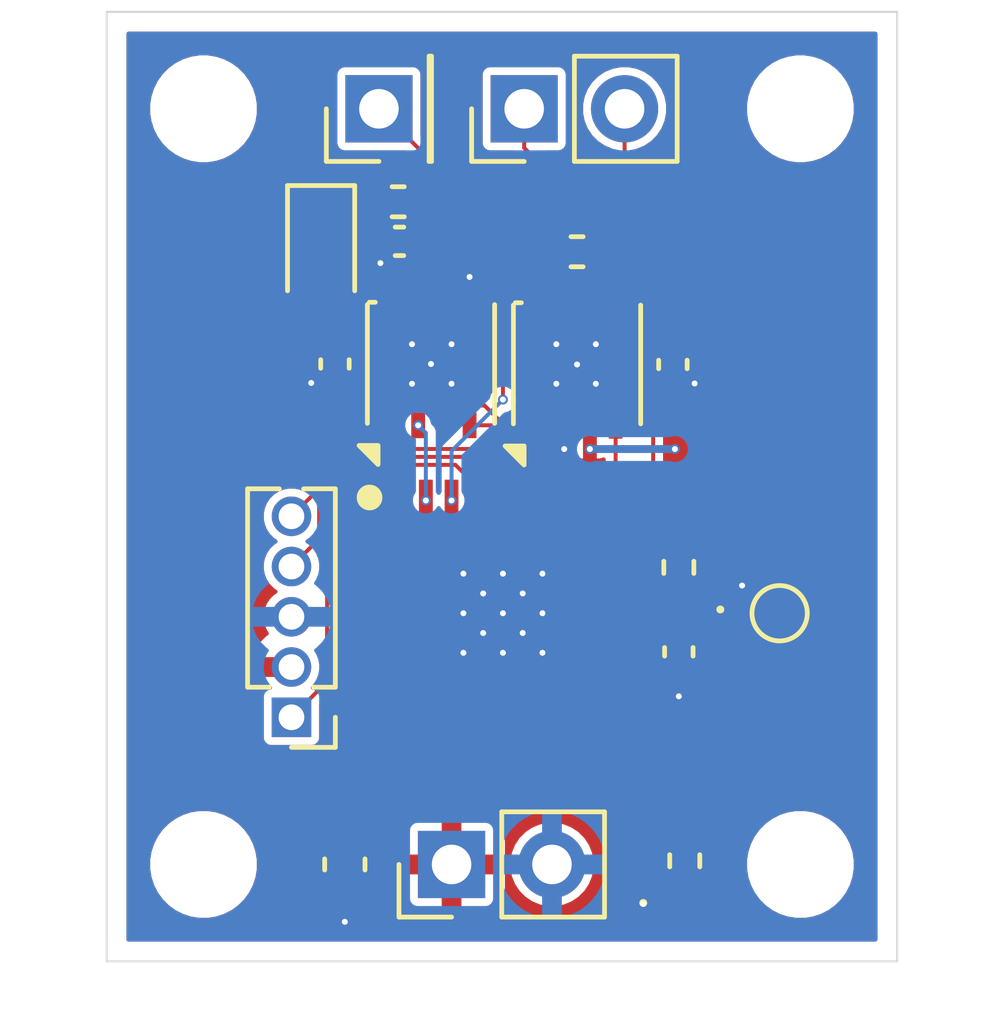
<source format=kicad_pcb>
(kicad_pcb (version 20241229) (generator "pcbnew") (generator_version "9.0")
  (layers (0 "F.Cu" signal) (2 "B.Cu" signal) (13 "F.Paste" user) (15 "B.Paste" user) (5 "F.SilkS" user "F.Silkscreen") (7 "B.SilkS" user "B.Silkscreen") (1 "F.Mask" user) (3 "B.Mask" user) (25 "Edge.Cuts" user))
  (net 0 "")
  (net 1 "GND")
  (net 2 "+5V")
  (net 3 "LIN")
  (net 4 "Net-(D1-A)")
  (net 5 "Net-(D2-A)")
  (net 6 "Net-(D3-K)")
  (net 7 "CAN_TX")
  (net 8 "Net-(IC1-RB7{slash}ICSPDAT)")
  (net 9 "Net-(IC1-RB6{slash}ICSPCLK)")
  (net 14 "CAN_RX")
  (net 15 "LIN_TX")
  (net 20 "Net-(IC1-RE3{slash}~{MCLR}{slash}VPP)")
  (net 21 "Net-(IC1-RB1)")
  (net 22 "LIN_RX")
  (net 25 "Net-(IC1-RB0)")
  (net 28 "CANH")
  (net 29 "CANL")
  (net 30 "~{LIN_SLP}")
  (net 33 "CAN_STB")
  (footprint "Package_DFN_QFN:DFN-8-1EP_3x3mm_P0.65mm_EP1.55x2.4mm" (layer "F.Cu") (at 146.875 64.7125 90)
    (property "Reference" "U2" (hide yes))
    (property "Value" "TJA1042TK/3/2Z")
    (fp_line (start -1.5 -1.61) (end 1.5 -1.61) (stroke (width 0.12)) (layer "F.SilkS"))
    (fp_line (start 1.56 -1.56) (end 1.56 -1.41) (stroke (width 0.12)) (layer "F.SilkS"))
    (fp_line (start -1.5 1.61) (end 1.5 1.61) (stroke (width 0.12)) (layer "F.SilkS"))
    (fp_poly (pts (xy -2.06 -1.34) (xy -2.54 -1.34) (xy -2.06 -1.82) (xy -2.06 -1.34)) (stroke (width 0.12)) (fill yes) (layer "F.SilkS"))
    (pad "1" smd rect (at -1.55 -0.975 90) (size 0.65 0.35) (layers "F.Cu" "F.Mask" "F.Paste") (net 7 "CAN_TX"))
    (pad "2" smd rect (at -1.55 -0.325 90) (size 0.65 0.35) (layers "F.Cu" "F.Mask" "F.Paste") (net 1 "GND"))
    (pad "3" smd rect (at -1.55 0.325 90) (size 0.65 0.35) (layers "F.Cu" "F.Mask" "F.Paste") (net 2 "+5V"))
    (pad "4" smd rect (at -1.55 0.975 90) (size 0.65 0.35) (layers "F.Cu" "F.Mask" "F.Paste") (net 14 "CAN_RX"))
    (pad "5" smd rect (at 1.55 0.975 90) (size 0.65 0.35) (layers "F.Cu" "F.Mask" "F.Paste") (net 2 "+5V"))
    (pad "6" smd rect (at 1.55 0.325 90) (size 0.65 0.35) (layers "F.Cu" "F.Mask" "F.Paste") (net 29 "CANL"))
    (pad "7" smd rect (at 1.55 -0.325 90) (size 0.65 0.35) (layers "F.Cu" "F.Mask" "F.Paste") (net 28 "CANH"))
    (pad "8" smd rect (at 1.55 -0.975 90) (size 0.65 0.35) (layers "F.Cu" "F.Mask" "F.Paste") (net 33 "CAN_STB"))
    (pad "9" smd rect (at 0 0 90) (size 1.55 2.4) (layers "F.Cu" "F.Mask") (net 1 "GND"))
  )
  (footprint "Capacitor_SMD:C_0603_1608Metric" (layer "F.Cu") (at 141 77.35 -90)
    (property "Reference" "C5" (hide yes))
    (property "Value" "4u7")
    (fp_line (start -0.14058 0.51) (end 0.14058 0.51) (stroke (width 0.12)) (layer "F.SilkS"))
    (fp_line (start -0.14058 -0.51) (end 0.14058 -0.51) (stroke (width 0.12)) (layer "F.SilkS"))
    (pad "1" smd roundrect (at -0.775 0 270) (size 0.9 0.95) (layers "F.Cu" "F.Mask" "F.Paste") (net 2 "+5V"))
    (pad "2" smd roundrect (at 0.775 0 270) (size 0.9 0.95) (layers "F.Cu" "F.Mask" "F.Paste") (net 1 "GND"))
  )
  (footprint "Connector_PinHeader_2.54mm:PinHeader_1x02_P2.54mm_Vertical" (layer "F.Cu") (at 143.70025 77.35 90)
    (property "Reference" "J2" (hide yes))
    (property "Value" "PWR")
    (fp_line (start -1.33 -1.33) (end 0 -1.33) (stroke (width 0.12)) (layer "F.SilkS"))
    (fp_line (start -1.33 0) (end -1.33 -1.33) (stroke (width 0.12)) (layer "F.SilkS"))
    (fp_line (start 1.33 1.27) (end 1.33 3.87) (stroke (width 0.12)) (layer "F.SilkS"))
    (fp_line (start -1.33 1.27) (end 1.33 1.27) (stroke (width 0.12)) (layer "F.SilkS"))
    (fp_line (start -1.33 1.27) (end -1.33 3.87) (stroke (width 0.12)) (layer "F.SilkS"))
    (fp_line (start -1.33 3.87) (end 1.33 3.87) (stroke (width 0.12)) (layer "F.SilkS"))
    (pad "1" thru_hole rect (at 0 0 90) (size 1.7 1.7) (drill 1) (layers "*.Cu" "*.Mask") (net 2 "+5V"))
    (pad "2" thru_hole oval (at 0 2.54 90) (size 1.7 1.7) (drill 1) (layers "*.Cu" "*.Mask") (net 1 "GND"))
  )
  (footprint "Capacitor_SMD:C_0402_1005Metric" (layer "F.Cu") (at 149.45 71.975 -90)
    (property "Reference" "C1" (hide yes))
    (property "Value" "100n")
    (fp_line (start -0.107836 0.36) (end 0.107836 0.36) (stroke (width 0.12)) (layer "F.SilkS"))
    (fp_line (start -0.107836 -0.36) (end 0.107836 -0.36) (stroke (width 0.12)) (layer "F.SilkS"))
    (pad "1" smd roundrect (at -0.48 0 270) (size 0.56 0.62) (layers "F.Cu" "F.Mask" "F.Paste") (net 2 "+5V"))
    (pad "2" smd roundrect (at 0.48 0 270) (size 0.56 0.62) (layers "F.Cu" "F.Mask" "F.Paste") (net 1 "GND"))
  )
  (footprint "MountingHole:MountingHole_2.2mm_M2" (layer "F.Cu") (at 152.52525 58.25)
    (property "Reference" "H2" (hide yes))
    (property "Value" "MountingHole")
    (pad "" np_thru_hole circle (at 0 0) (size 2.2 2.2) (drill 2.2) (layers "*.Cu" "*.Mask"))
  )
  (footprint "Resistor_SMD:R_0402_1005Metric" (layer "F.Cu") (at 142.35 60.6)
    (property "Reference" "R3" (hide yes))
    (property "Value" "1k")
    (fp_line (start -0.153641 -0.38) (end 0.153641 -0.38) (stroke (width 0.12)) (layer "F.SilkS"))
    (fp_line (start -0.153641 0.38) (end 0.153641 0.38) (stroke (width 0.12)) (layer "F.SilkS"))
    (pad "1" smd roundrect (at -0.51 0) (size 0.54 0.64) (layers "F.Cu" "F.Mask" "F.Paste") (net 6 "Net-(D3-K)"))
    (pad "2" smd roundrect (at 0.51 0) (size 0.54 0.64) (layers "F.Cu" "F.Mask" "F.Paste") (net 3 "LIN"))
  )
  (footprint "Resistor_SMD:R_0402_1005Metric" (layer "F.Cu") (at 149.6 77.2575 90)
    (property "Reference" "R1" (hide yes))
    (property "Value" "100k")
    (fp_line (start -0.153641 -0.38) (end 0.153641 -0.38) (stroke (width 0.12)) (layer "F.SilkS"))
    (fp_line (start -0.153641 0.38) (end 0.153641 0.38) (stroke (width 0.12)) (layer "F.SilkS"))
    (pad "1" smd roundrect (at -0.51 0 90) (size 0.54 0.64) (layers "F.Cu" "F.Mask" "F.Paste") (net 2 "+5V"))
    (pad "2" smd roundrect (at 0.51 0 90) (size 0.54 0.64) (layers "F.Cu" "F.Mask" "F.Paste") (net 4 "Net-(D1-A)"))
  )
  (footprint "Connector_PinHeader_2.54mm:PinHeader_1x01_P2.54mm_Vertical" (layer "F.Cu") (at 141.86275 58.25 90)
    (property "Reference" "J4" (hide yes))
    (property "Value" "LIN")
    (fp_line (start -1.33 -1.33) (end 0 -1.33) (stroke (width 0.12)) (layer "F.SilkS"))
    (fp_line (start -1.33 0) (end -1.33 -1.33) (stroke (width 0.12)) (layer "F.SilkS"))
    (fp_line (start 1.33 1.27) (end 1.33 1.33) (stroke (width 0.12)) (layer "F.SilkS"))
    (fp_line (start -1.33 1.27) (end 1.33 1.27) (stroke (width 0.12)) (layer "F.SilkS"))
    (fp_line (start -1.33 1.27) (end -1.33 1.33) (stroke (width 0.12)) (layer "F.SilkS"))
    (fp_line (start -1.33 1.33) (end 1.33 1.33) (stroke (width 0.12)) (layer "F.SilkS"))
    (pad "1" thru_hole rect (at 0 0 90) (size 1.7 1.7) (drill 1) (layers "*.Cu" "*.Mask") (net 3 "LIN"))
  )
  (footprint "MountingHole:MountingHole_2.2mm_M2" (layer "F.Cu") (at 137.42525 58.25)
    (property "Reference" "H1" (hide yes))
    (property "Value" "MountingHole")
    (pad "" np_thru_hole circle (at 0 0) (size 2.2 2.2) (drill 2.2) (layers "*.Cu" "*.Mask"))
  )
  (footprint "Capacitor_SMD:C_0402_1005Metric" (layer "F.Cu") (at 149.3 64.7125 -90)
    (property "Reference" "C2" (hide yes))
    (property "Value" "100n")
    (fp_line (start -0.107836 0.36) (end 0.107836 0.36) (stroke (width 0.12)) (layer "F.SilkS"))
    (fp_line (start -0.107836 -0.36) (end 0.107836 -0.36) (stroke (width 0.12)) (layer "F.SilkS"))
    (pad "1" smd roundrect (at -0.48 0 270) (size 0.56 0.62) (layers "F.Cu" "F.Mask" "F.Paste") (net 2 "+5V"))
    (pad "2" smd roundrect (at 0.48 0 270) (size 0.56 0.62) (layers "F.Cu" "F.Mask" "F.Paste") (net 1 "GND"))
  )
  (footprint "Package_DFN_QFN:DFN-8-1EP_3x3mm_P0.65mm_EP1.55x2.4mm" (layer "F.Cu") (at 143.1805 64.7 90)
    (property "Reference" "U1" (hide yes))
    (property "Value" "TJA1029TK/20/1J")
    (fp_line (start -1.5 -1.61) (end 1.5 -1.61) (stroke (width 0.12)) (layer "F.SilkS"))
    (fp_line (start 1.56 -1.56) (end 1.56 -1.41) (stroke (width 0.12)) (layer "F.SilkS"))
    (fp_line (start -1.5 1.61) (end 1.5 1.61) (stroke (width 0.12)) (layer "F.SilkS"))
    (fp_poly (pts (xy -2.06 -1.34) (xy -2.54 -1.34) (xy -2.06 -1.82) (xy -2.06 -1.34)) (stroke (width 0.12)) (fill yes) (layer "F.SilkS"))
    (pad "1" smd rect (at -1.55 -0.975 90) (size 0.65 0.35) (layers "F.Cu" "F.Mask" "F.Paste") (net 22 "LIN_RX"))
    (pad "2" smd rect (at -1.55 -0.325 90) (size 0.65 0.35) (layers "F.Cu" "F.Mask" "F.Paste") (net 30 "~{LIN_SLP}"))
    (pad "3" smd rect (at -1.55 0.325 90) (size 0.65 0.35) (layers "F.Cu" "F.Mask" "F.Paste"))
    (pad "4" smd rect (at -1.55 0.975 90) (size 0.65 0.35) (layers "F.Cu" "F.Mask" "F.Paste") (net 15 "LIN_TX"))
    (pad "5" smd rect (at 1.55 0.975 90) (size 0.65 0.35) (layers "F.Cu" "F.Mask" "F.Paste") (net 1 "GND"))
    (pad "6" smd rect (at 1.55 0.325 90) (size 0.65 0.35) (layers "F.Cu" "F.Mask" "F.Paste") (net 3 "LIN"))
    (pad "7" smd rect (at 1.55 -0.325 90) (size 0.65 0.35) (layers "F.Cu" "F.Mask" "F.Paste") (net 2 "+5V"))
    (pad "8" smd rect (at 1.55 -0.975 90) (size 0.65 0.35) (layers "F.Cu" "F.Mask" "F.Paste"))
    (pad "9" smd rect (at 0 0 90) (size 1.55 2.4) (layers "F.Cu" "F.Mask") (net 1 "GND"))
  )
  (footprint "Resistor_SMD:R_0402_1005Metric" (layer "F.Cu") (at 146.875 61.8625)
    (property "Reference" "R4" (hide yes))
    (property "Value" "120")
    (fp_line (start -0.153641 -0.38) (end 0.153641 -0.38) (stroke (width 0.12)) (layer "F.SilkS"))
    (fp_line (start -0.153641 0.38) (end 0.153641 0.38) (stroke (width 0.12)) (layer "F.SilkS"))
    (pad "1" smd roundrect (at -0.51 0) (size 0.54 0.64) (layers "F.Cu" "F.Mask" "F.Paste") (net 28 "CANH"))
    (pad "2" smd roundrect (at 0.51 0) (size 0.54 0.64) (layers "F.Cu" "F.Mask" "F.Paste") (net 29 "CANL"))
  )
  (footprint "Connector_PinHeader_1.27mm:PinHeader_1x05_P1.27mm_Vertical" (layer "F.Cu") (at 139.65 73.63 180)
    (property "Reference" "J1" (hide yes))
    (property "Value" "ICSP")
    (fp_line (start 1.11 0.76) (end 1.11 5.775) (stroke (width 0.12)) (layer "F.SilkS"))
    (fp_line (start 0.563471 0.76) (end 1.11 0.76) (stroke (width 0.12)) (layer "F.SilkS"))
    (fp_line (start 0.30753 5.775) (end 1.11 5.775) (stroke (width 0.12)) (layer "F.SilkS"))
    (fp_line (start -1.11 5.775) (end -0.30753 5.775) (stroke (width 0.12)) (layer "F.SilkS"))
    (fp_line (start -1.11 0.76) (end -0.563471 0.76) (stroke (width 0.12)) (layer "F.SilkS"))
    (fp_line (start -1.11 0.76) (end -1.11 5.775) (stroke (width 0.12)) (layer "F.SilkS"))
    (fp_line (start -1.11 0) (end -1.11 -0.76) (stroke (width 0.12)) (layer "F.SilkS"))
    (fp_line (start -1.11 -0.76) (end 0 -0.76) (stroke (width 0.12)) (layer "F.SilkS"))
    (pad "1" thru_hole rect (at 0 0 180) (size 1 1) (drill 0.65) (layers "*.Cu" "*.Mask") (net 20 "Net-(IC1-RE3{slash}~{MCLR}{slash}VPP)"))
    (pad "2" thru_hole oval (at 0 1.27 180) (size 1 1) (drill 0.65) (layers "*.Cu" "*.Mask") (net 2 "+5V"))
    (pad "3" thru_hole oval (at 0 2.54 180) (size 1 1) (drill 0.65) (layers "*.Cu" "*.Mask") (net 1 "GND"))
    (pad "4" thru_hole oval (at 0 3.81 180) (size 1 1) (drill 0.65) (layers "*.Cu" "*.Mask") (net 8 "Net-(IC1-RB7{slash}ICSPDAT)"))
    (pad "5" thru_hole oval (at 0 5.08 180) (size 1 1) (drill 0.65) (layers "*.Cu" "*.Mask") (net 9 "Net-(IC1-RB6{slash}ICSPCLK)"))
  )
  (footprint "Capacitor_SMD:C_0402_1005Metric" (layer "F.Cu") (at 142.38275 61.6 180)
    (property "Reference" "C4" (hide yes))
    (property "Value" "1n")
    (fp_line (start -0.107836 0.36) (end 0.107836 0.36) (stroke (width 0.12)) (layer "F.SilkS"))
    (fp_line (start -0.107836 -0.36) (end 0.107836 -0.36) (stroke (width 0.12)) (layer "F.SilkS"))
    (pad "1" smd roundrect (at -0.48 0 180) (size 0.56 0.62) (layers "F.Cu" "F.Mask" "F.Paste") (net 3 "LIN"))
    (pad "2" smd roundrect (at 0.48 0 180) (size 0.56 0.62) (layers "F.Cu" "F.Mask" "F.Paste") (net 1 "GND"))
  )
  (footprint "MountingHole:MountingHole_2.2mm_M2" (layer "F.Cu") (at 137.42525 77.35)
    (property "Reference" "H3" (hide yes))
    (property "Value" "MountingHole")
    (pad "" np_thru_hole circle (at 0 0) (size 2.2 2.2) (drill 2.2) (layers "*.Cu" "*.Mask"))
  )
  (footprint "PIC18F26Q83T-I5N:QFN65P600X600X100-29N-D" (layer "F.Cu") (at 145 71)
    (property "Reference" "IC1" (hide yes))
    (property "Value" "PIC18F26Q83T-I_5N" (hide yes))
    (fp_circle (center -3.3745 -2.925) (end -3.3745 -2.7625) (stroke (width 0.325)) (fill no) (layer "F.SilkS"))
    (pad "1" smd rect (at -2.85 -1.95 90) (size 0.35 1.05) (layers "F.Cu" "F.Mask" "F.Paste"))
    (pad "2" smd rect (at -2.85 -1.3 90) (size 0.35 1.05) (layers "F.Cu" "F.Mask" "F.Paste"))
    (pad "3" smd rect (at -2.85 -0.65 90) (size 0.35 1.05) (layers "F.Cu" "F.Mask" "F.Paste"))
    (pad "4" smd rect (at -2.85 0 90) (size 0.35 1.05) (layers "F.Cu" "F.Mask" "F.Paste"))
    (pad "5" smd rect (at -2.85 0.65 90) (size 0.35 1.05) (layers "F.Cu" "F.Mask" "F.Paste") (net 1 "GND"))
    (pad "6" smd rect (at -2.85 1.3 90) (size 0.35 1.05) (layers "F.Cu" "F.Mask" "F.Paste"))
    (pad "7" smd rect (at -2.85 1.95 90) (size 0.35 1.05) (layers "F.Cu" "F.Mask" "F.Paste"))
    (pad "8" smd rect (at -1.95 2.85) (size 0.35 1.05) (layers "F.Cu" "F.Mask" "F.Paste"))
    (pad "9" smd rect (at -1.3 2.85) (size 0.35 1.05) (layers "F.Cu" "F.Mask" "F.Paste"))
    (pad "10" smd rect (at -0.65 2.85) (size 0.35 1.05) (layers "F.Cu" "F.Mask" "F.Paste"))
    (pad "11" smd rect (at 0 2.85) (size 0.35 1.05) (layers "F.Cu" "F.Mask" "F.Paste"))
    (pad "12" smd rect (at 0.65 2.85) (size 0.35 1.05) (layers "F.Cu" "F.Mask" "F.Paste"))
    (pad "13" smd rect (at 1.3 2.85) (size 0.35 1.05) (layers "F.Cu" "F.Mask" "F.Paste"))
    (pad "14" smd rect (at 1.95 2.85) (size 0.35 1.05) (layers "F.Cu" "F.Mask" "F.Paste"))
    (pad "15" smd rect (at 2.85 1.95 90) (size 0.35 1.05) (layers "F.Cu" "F.Mask" "F.Paste"))
    (pad "16" smd rect (at 2.85 1.3 90) (size 0.35 1.05) (layers "F.Cu" "F.Mask" "F.Paste") (net 1 "GND"))
    (pad "17" smd rect (at 2.85 0.65 90) (size 0.35 1.05) (layers "F.Cu" "F.Mask" "F.Paste") (net 2 "+5V"))
    (pad "18" smd rect (at 2.85 0 90) (size 0.35 1.05) (layers "F.Cu" "F.Mask" "F.Paste") (net 25 "Net-(IC1-RB0)"))
    (pad "19" smd rect (at 2.85 -0.65 90) (size 0.35 1.05) (layers "F.Cu" "F.Mask" "F.Paste") (net 21 "Net-(IC1-RB1)"))
    (pad "20" smd rect (at 2.85 -1.3 90) (size 0.35 1.05) (layers "F.Cu" "F.Mask" "F.Paste") (net 7 "CAN_TX"))
    (pad "21" smd rect (at 2.85 -1.95 90) (size 0.35 1.05) (layers "F.Cu" "F.Mask" "F.Paste") (net 14 "CAN_RX"))
    (pad "22" smd rect (at 1.95 -2.85) (size 0.35 1.05) (layers "F.Cu" "F.Mask" "F.Paste") (net 22 "LIN_RX"))
    (pad "23" smd rect (at 1.3 -2.85) (size 0.35 1.05) (layers "F.Cu" "F.Mask" "F.Paste") (net 15 "LIN_TX"))
    (pad "24" smd rect (at 0.65 -2.85) (size 0.35 1.05) (layers "F.Cu" "F.Mask" "F.Paste") (net 9 "Net-(IC1-RB6{slash}ICSPCLK)"))
    (pad "25" smd rect (at 0 -2.85) (size 0.35 1.05) (layers "F.Cu" "F.Mask" "F.Paste") (net 8 "Net-(IC1-RB7{slash}ICSPDAT)"))
    (pad "26" smd rect (at -0.65 -2.85) (size 0.35 1.05) (layers "F.Cu" "F.Mask" "F.Paste") (net 20 "Net-(IC1-RE3{slash}~{MCLR}{slash}VPP)"))
    (pad "27" smd rect (at -1.3 -2.85) (size 0.35 1.05) (layers "F.Cu" "F.Mask" "F.Paste") (net 33 "CAN_STB"))
    (pad "28" smd rect (at -1.95 -2.85) (size 0.35 1.05) (layers "F.Cu" "F.Mask" "F.Paste") (net 30 "~{LIN_SLP}"))
    (pad "29" smd rect (at 0 0) (size 4.2 4.2) (layers "F.Cu" "F.Mask" "F.Paste") (net 1 "GND"))
  )
  (footprint "LED_SMD:LED_0402_1005Metric" (layer "F.Cu") (at 150.5 69.815 90)
    (property "Reference" "D2" (hide yes))
    (property "Value" "LED")
    (fp_circle (center -1.09 0) (end -1.04 0) (stroke (width 0.1)) (fill no) (layer "F.SilkS"))
    (pad "1" smd roundrect (at -0.485 0 90) (size 0.59 0.64) (layers "F.Cu" "F.Mask" "F.Paste") (net 1 "GND"))
    (pad "2" smd roundrect (at 0.485 0 90) (size 0.59 0.64) (layers "F.Cu" "F.Mask" "F.Paste") (net 5 "Net-(D2-A)"))
  )
  (footprint "Resistor_SMD:R_0402_1005Metric" (layer "F.Cu") (at 149.45 69.84 90)
    (property "Reference" "R2" (hide yes))
    (property "Value" "100k")
    (fp_line (start -0.153641 -0.38) (end 0.153641 -0.38) (stroke (width 0.12)) (layer "F.SilkS"))
    (fp_line (start -0.153641 0.38) (end 0.153641 0.38) (stroke (width 0.12)) (layer "F.SilkS"))
    (pad "1" smd roundrect (at -0.51 0 90) (size 0.54 0.64) (layers "F.Cu" "F.Mask" "F.Paste") (net 21 "Net-(IC1-RB1)"))
    (pad "2" smd roundrect (at 0.51 0 90) (size 0.54 0.64) (layers "F.Cu" "F.Mask" "F.Paste") (net 5 "Net-(D2-A)"))
  )
  (footprint "MountingHole:MountingHole_2.2mm_M2" (layer "F.Cu") (at 152.52525 77.35)
    (property "Reference" "H4" (hide yes))
    (property "Value" "MountingHole")
    (pad "" np_thru_hole circle (at 0 0) (size 2.2 2.2) (drill 2.2) (layers "*.Cu" "*.Mask"))
  )
  (footprint "LED_SMD:LED_0402_1005Metric" (layer "F.Cu") (at 148.55 77.2325 90)
    (property "Reference" "D1" (hide yes))
    (property "Value" "LED")
    (fp_circle (center -1.09 0) (end -1.04 0) (stroke (width 0.1)) (fill no) (layer "F.SilkS"))
    (pad "1" smd roundrect (at -0.485 0 90) (size 0.59 0.64) (layers "F.Cu" "F.Mask" "F.Paste") (net 1 "GND"))
    (pad "2" smd roundrect (at 0.485 0 90) (size 0.59 0.64) (layers "F.Cu" "F.Mask" "F.Paste") (net 4 "Net-(D1-A)"))
  )
  (footprint "Capacitor_SMD:C_0402_1005Metric" (layer "F.Cu") (at 140.75 64.7 -90)
    (property "Reference" "C3" (hide yes))
    (property "Value" "100n")
    (fp_line (start -0.107836 0.36) (end 0.107836 0.36) (stroke (width 0.12)) (layer "F.SilkS"))
    (fp_line (start -0.107836 -0.36) (end 0.107836 -0.36) (stroke (width 0.12)) (layer "F.SilkS"))
    (pad "1" smd roundrect (at -0.48 0 270) (size 0.56 0.62) (layers "F.Cu" "F.Mask" "F.Paste") (net 2 "+5V"))
    (pad "2" smd roundrect (at 0.48 0 270) (size 0.56 0.62) (layers "F.Cu" "F.Mask" "F.Paste") (net 1 "GND"))
  )
  (footprint "Diode_SMD:D_SOD-323" (layer "F.Cu") (at 140.4 61.8 -90)
    (property "Reference" "D3" (hide yes))
    (property "Value" "BAT54WS-7-F")
    (fp_line (start -1.61 0.85) (end 1.05 0.85) (stroke (width 0.12)) (layer "F.SilkS"))
    (fp_line (start -1.61 -0.85) (end -1.61 0.85) (stroke (width 0.12)) (layer "F.SilkS"))
    (fp_line (start -1.61 -0.85) (end 1.05 -0.85) (stroke (width 0.12)) (layer "F.SilkS"))
    (pad "1" smd roundrect (at -1.05 0 270) (size 0.6 0.45) (layers "F.Cu" "F.Mask" "F.Paste") (net 6 "Net-(D3-K)"))
    (pad "2" smd roundrect (at 1.05 0 270) (size 0.6 0.45) (layers "F.Cu" "F.Mask" "F.Paste") (net 2 "+5V"))
  )
  (footprint "TestPoint:TestPoint_Pad_D1.0mm" (layer "F.Cu") (at 152 71)
    (property "Reference" "TP1" (hide yes))
    (property "Value" "TestPoint")
    (fp_circle (center 0 0) (end 0 0.7) (stroke (width 0.12)) (fill no) (layer "F.SilkS"))
    (pad "1" smd circle (at 0 0) (size 1 1) (layers "F.Cu" "F.Mask") (net 25 "Net-(IC1-RB0)"))
  )
  (footprint "Connector_PinHeader_2.54mm:PinHeader_1x02_P2.54mm_Vertical" (layer "F.Cu") (at 145.53775 58.25 90)
    (property "Reference" "J3" (hide yes))
    (property "Value" "CAN")
    (fp_line (start -1.33 -1.33) (end 0 -1.33) (stroke (width 0.12)) (layer "F.SilkS"))
    (fp_line (start -1.33 0) (end -1.33 -1.33) (stroke (width 0.12)) (layer "F.SilkS"))
    (fp_line (start 1.33 1.27) (end 1.33 3.87) (stroke (width 0.12)) (layer "F.SilkS"))
    (fp_line (start -1.33 1.27) (end 1.33 1.27) (stroke (width 0.12)) (layer "F.SilkS"))
    (fp_line (start -1.33 1.27) (end -1.33 3.87) (stroke (width 0.12)) (layer "F.SilkS"))
    (fp_line (start -1.33 3.87) (end 1.33 3.87) (stroke (width 0.12)) (layer "F.SilkS"))
    (pad "1" thru_hole rect (at 0 0 90) (size 1.7 1.7) (drill 1) (layers "*.Cu" "*.Mask") (net 28 "CANH"))
    (pad "2" thru_hole oval (at 0 2.54 90) (size 1.7 1.7) (drill 1) (layers "*.Cu" "*.Mask") (net 29 "CANL"))
  )
  (gr_rect (start 134.97525 55.8) (end 154.97525 79.8) (stroke (width 0.05)) (fill no) (layer "Edge.Cuts"))
  (segment (start 148.55 78.35) (end 148.55 77.7175) (width 0.2) (layer "F.Cu") (net 1))
  (segment (start 144.1555 62.5) (end 144.1555 63.15) (width 0.1) (layer "F.Cu") (net 1))
  (segment (start 146.55 66.85) (end 146.55 66.2625) (width 0.2) (layer "F.Cu") (net 1))
  (segment (start 146.3 72.3) (end 145 71) (width 0.2) (layer "F.Cu") (net 1))
  (segment (start 147.85 72.3) (end 146.3 72.3) (width 0.2) (layer "F.Cu") (net 1))
  (segment (start 144.35 71.65) (end 142.15 71.65) (width 0.2) (layer "F.Cu") (net 1))
  (segment (start 149.85 65.1925) (end 149.3 65.1925) (width 0.2) (layer "F.Cu") (net 1))
  (segment (start 149.45 73.1) (end 149.45 72.455) (width 0.2) (layer "F.Cu") (net 1))
  (segment (start 140.15 65.18) (end 140.75 65.18) (width 0.2) (layer "F.Cu") (net 1))
  (segment (start 141.9 62.15) (end 141.9 61.60275) (width 0.1) (layer "F.Cu") (net 1))
  (segment (start 141.9 61.60275) (end 141.90275 61.6) (width 0.1) (layer "F.Cu") (net 1))
  (segment (start 141 78.8) (end 141 78.125) (width 0.2) (layer "F.Cu") (net 1))
  (segment (start 145 71) (end 144.35 71.65) (width 0.2) (layer "F.Cu") (net 1))
  (segment (start 151.05 70.3) (end 150.5 70.3) (width 0.2) (layer "F.Cu") (net 1))
  (via (at 142.7 65.2) (size 0.25) (drill 0.15) (layers "F.Cu" "B.Cu") (net 1))
  (via (at 142.7 64.2) (size 0.25) (drill 0.15) (layers "F.Cu" "B.Cu") (net 1))
  (via (at 151.05 70.3) (size 0.25) (drill 0.15) (layers "F.Cu" "B.Cu") (net 1))
  (via (at 147.35 64.2) (size 0.25) (drill 0.15) (layers "F.Cu" "B.Cu") (net 1))
  (via (at 146.875 64.7125) (size 0.25) (drill 0.15) (layers "F.Cu" "B.Cu") (net 1))
  (via (at 145 70) (size 0.25) (drill 0.15) (layers "F.Cu" "B.Cu") (net 1))
  (via (at 143.1805 64.7) (size 0.25) (drill 0.15) (layers "F.Cu" "B.Cu") (net 1))
  (via (at 149.45 73.1) (size 0.25) (drill 0.15) (layers "F.Cu" "B.Cu") (net 1))
  (via (at 144 70) (size 0.25) (drill 0.15) (layers "F.Cu" "B.Cu") (net 1))
  (via (at 144.5 70.5) (size 0.25) (drill 0.15) (layers "F.Cu" "B.Cu") (net 1))
  (via (at 145.5 71.5) (size 0.25) (drill 0.15) (layers "F.Cu" "B.Cu") (net 1))
  (via (at 148.55 78.35) (size 0.25) (drill 0.15) (layers "F.Cu" "B.Cu") (net 1))
  (via (at 146.35 64.2) (size 0.25) (drill 0.15) (layers "F.Cu" "B.Cu") (net 1))
  (via (at 144.1555 62.5) (size 0.25) (drill 0.15) (layers "F.Cu" "B.Cu") (net 1))
  (via (at 147.35 65.2) (size 0.25) (drill 0.15) (layers "F.Cu" "B.Cu") (net 1))
  (via (at 146 70) (size 0.25) (drill 0.15) (layers "F.Cu" "B.Cu") (net 1))
  (via (at 146.55 66.85) (size 0.25) (drill 0.15) (layers "F.Cu" "B.Cu") (net 1))
  (via (at 141.9 62.15) (size 0.25) (drill 0.15) (layers "F.Cu" "B.Cu") (net 1))
  (via (at 140.15 65.18) (size 0.25) (drill 0.15) (layers "F.Cu" "B.Cu") (net 1))
  (via (at 141 78.8) (size 0.25) (drill 0.15) (layers "F.Cu" "B.Cu") (net 1))
  (via (at 144.5 71.5) (size 0.25) (drill 0.15) (layers "F.Cu" "B.Cu") (net 1))
  (via (at 143.7 64.2) (size 0.25) (drill 0.15) (layers "F.Cu" "B.Cu") (net 1))
  (via (at 146 72) (size 0.25) (drill 0.15) (layers "F.Cu" "B.Cu") (net 1))
  (via (at 149.85 65.1925) (size 0.25) (drill 0.15) (layers "F.Cu" "B.Cu") (net 1))
  (via (at 145.5 70.5) (size 0.25) (drill 0.15) (layers "F.Cu" "B.Cu") (net 1))
  (via (at 146.35 65.2) (size 0.25) (drill 0.15) (layers "F.Cu" "B.Cu") (net 1))
  (via (at 146 71) (size 0.25) (drill 0.15) (layers "F.Cu" "B.Cu") (net 1))
  (via (at 145 71) (size 0.25) (drill 0.15) (layers "F.Cu" "B.Cu") (net 1))
  (via (at 145 72) (size 0.25) (drill 0.15) (layers "F.Cu" "B.Cu") (net 1))
  (via (at 143.7 65.2) (size 0.25) (drill 0.15) (layers "F.Cu" "B.Cu") (net 1))
  (via (at 144 72) (size 0.25) (drill 0.15) (layers "F.Cu" "B.Cu") (net 1))
  (via (at 144 71) (size 0.25) (drill 0.15) (layers "F.Cu" "B.Cu") (net 1))
  (via (at 149.35 66.85) (size 0.25) (drill 0.15) (layers "F.Cu" "B.Cu") (net 2))
  (via (at 147.2 66.85) (size 0.25) (drill 0.15) (layers "F.Cu" "B.Cu") (net 2))
  (segment (start 147.2 66.85) (end 149.35 66.85) (width 0.2) (layer "B.Cu") (net 2))
  (segment (start 143.5055 62.24275) (end 142.86275 61.6) (width 0.1) (layer "F.Cu") (net 3))
  (segment (start 142.86 59.24725) (end 141.86275 58.25) (width 0.1) (layer "F.Cu") (net 3))
  (segment (start 142.86275 61.6) (end 142.86275 60.60275) (width 0.1) (layer "F.Cu") (net 3))
  (segment (start 143.5055 63.15) (end 143.5055 62.24275) (width 0.1) (layer "F.Cu") (net 3))
  (segment (start 142.86275 60.60275) (end 142.86 60.6) (width 0.1) (layer "F.Cu") (net 3))
  (segment (start 142.86 60.6) (end 142.86 59.24725) (width 0.1) (layer "F.Cu") (net 3))
  (segment (start 149.6 76.7475) (end 148.55 76.7475) (width 0.1) (layer "F.Cu") (net 4))
  (segment (start 149.45 69.33) (end 150.5 69.33) (width 0.1) (layer "F.Cu") (net 5))
  (segment (start 140.4 60.75) (end 141.175 60.75) (width 0.1) (layer "F.Cu") (net 6))
  (segment (start 141.325 60.6) (end 141.84 60.6) (width 0.1) (layer "F.Cu") (net 6))
  (segment (start 141.175 60.75) (end 141.325 60.6) (width 0.1) (layer "F.Cu") (net 6))
  (segment (start 148.6 65.7) (end 146.05 65.7) (width 0.1) (layer "F.Cu") (net 7))
  (segment (start 148.45 69.7) (end 148.6 69.7) (width 0.1) (layer "F.Cu") (net 7))
  (segment (start 147.85 69.7) (end 148.45 69.7) (width 0.1) (layer "F.Cu") (net 7))
  (segment (start 148.6 69.7) (end 148.8 69.5) (width 0.1) (layer "F.Cu") (net 7))
  (segment (start 146.05 65.7) (end 145.9 65.85) (width 0.1) (layer "F.Cu") (net 7))
  (segment (start 148.45 69.7) (end 148.25 69.7) (width 0.1) (layer "F.Cu") (net 7))
  (segment (start 145.9 65.85) (end 145.9 66.2625) (width 0.1) (layer "F.Cu") (net 7))
  (segment (start 148.8 65.9) (end 148.6 65.7) (width 0.1) (layer "F.Cu") (net 7))
  (segment (start 148.8 69.5) (end 148.8 65.9) (width 0.1) (layer "F.Cu") (net 7))
  (segment (start 145 68.15) (end 145 67.434256) (width 0.1) (layer "F.Cu") (net 8))
  (segment (start 144.614744 67.049) (end 141.435255 67.049) (width 0.1) (layer "F.Cu") (net 8))
  (segment (start 140.35 69.12) (end 139.65 69.82) (width 0.1) (layer "F.Cu") (net 8))
  (segment (start 141.435255 67.049) (end 140.35 68.134256) (width 0.1) (layer "F.Cu") (net 8))
  (segment (start 145 67.434256) (end 144.614744 67.049) (width 0.1) (layer "F.Cu") (net 8))
  (segment (start 140.35 68.134256) (end 140.35 69.12) (width 0.1) (layer "F.Cu") (net 8))
  (segment (start 145.326 67.474) (end 145.326 67.476) (width 0.1) (layer "F.Cu") (net 9))
  (segment (start 141.351998 66.848) (end 144.698 66.848) (width 0.1) (layer "F.Cu") (net 9))
  (segment (start 145.65 67.8) (end 145.65 68.15) (width 0.1) (layer "F.Cu") (net 9))
  (segment (start 145.326 67.476) (end 145.65 67.8) (width 0.1) (layer "F.Cu") (net 9))
  (segment (start 145.324 67.474) (end 145.326 67.474) (width 0.1) (layer "F.Cu") (net 9))
  (segment (start 139.65 68.55) (end 141.351998 66.848) (width 0.1) (layer "F.Cu") (net 9))
  (segment (start 144.698 66.848) (end 145.324 67.474) (width 0.1) (layer "F.Cu") (net 9))
  (segment (start 147.85 69.05) (end 147.85 66.2625) (width 0.1) (layer "F.Cu") (net 14))
  (segment (start 146.3 68.15) (end 146.3 67.8) (width 0.1) (layer "F.Cu") (net 15))
  (segment (start 146.3 67.8) (end 144.75 66.25) (width 0.1) (layer "F.Cu") (net 15))
  (segment (start 144.75 66.25) (end 144.1555 66.25) (width 0.1) (layer "F.Cu") (net 15))
  (segment (start 140.551 72.729) (end 140.551 68.217512) (width 0.1) (layer "F.Cu") (net 20))
  (segment (start 141.518512 67.25) (end 143.798 67.25) (width 0.1) (layer "F.Cu") (net 20))
  (segment (start 140.551 68.217512) (end 141.518512 67.25) (width 0.1) (layer "F.Cu") (net 20))
  (segment (start 139.65 73.63) (end 140.551 72.729) (width 0.1) (layer "F.Cu") (net 20))
  (segment (start 143.798 67.25) (end 144.35 67.802) (width 0.1) (layer "F.Cu") (net 20))
  (segment (start 144.35 67.802) (end 144.35 68.15) (width 0.1) (layer "F.Cu") (net 20))
  (segment (start 147.85 70.35) (end 149.45 70.35) (width 0.1) (layer "F.Cu") (net 21))
  (segment (start 142.5555 65.75) (end 142.2055 66.1) (width 0.1) (layer "F.Cu") (net 22))
  (segment (start 146.95 67.798) (end 146.626 67.474) (width 0.1) (layer "F.Cu") (net 22))
  (segment (start 146.626 67.474) (end 146.258256 67.474) (width 0.1) (layer "F.Cu") (net 22))
  (segment (start 144.534256 65.75) (end 142.5555 65.75) (width 0.1) (layer "F.Cu") (net 22))
  (segment (start 142.2055 66.1) (end 142.2055 66.25) (width 0.1) (layer "F.Cu") (net 22))
  (segment (start 146.258256 67.474) (end 144.534256 65.75) (width 0.1) (layer "F.Cu") (net 22))
  (segment (start 146.95 68.15) (end 146.95 67.798) (width 0.1) (layer "F.Cu") (net 22))
  (segment (start 152 71) (end 147.85 71) (width 0.1) (layer "F.Cu") (net 25))
  (segment (start 146.365 61.8625) (end 146.365 60.065) (width 0.1) (layer "F.Cu") (net 28))
  (segment (start 146.55 62.6) (end 146.365 62.415) (width 0.1) (layer "F.Cu") (net 28))
  (segment (start 146.55 63.1625) (end 146.55 62.6) (width 0.1) (layer "F.Cu") (net 28))
  (segment (start 146.365 60.065) (end 145.53775 59.23775) (width 0.1) (layer "F.Cu") (net 28))
  (segment (start 146.365 62.415) (end 146.365 61.8625) (width 0.1) (layer "F.Cu") (net 28))
  (segment (start 145.53775 59.23775) (end 145.53775 58.25) (width 0.1) (layer "F.Cu") (net 28))
  (segment (start 147.385 60.065) (end 148.07775 59.37225) (width 0.1) (layer "F.Cu") (net 29))
  (segment (start 147.2 63.1625) (end 147.2 62.6) (width 0.1) (layer "F.Cu") (net 29))
  (segment (start 148.07775 59.37225) (end 148.07775 58.25) (width 0.1) (layer "F.Cu") (net 29))
  (segment (start 147.385 62.415) (end 147.385 61.8625) (width 0.1) (layer "F.Cu") (net 29))
  (segment (start 147.385 61.8625) (end 147.385 60.065) (width 0.1) (layer "F.Cu") (net 29))
  (segment (start 147.2 62.6) (end 147.385 62.415) (width 0.1) (layer "F.Cu") (net 29))
  (via (at 143.05 68.15) (size 0.25) (drill 0.15) (layers "F.Cu" "B.Cu") (net 30))
  (via (at 142.8555 66.25) (size 0.25) (drill 0.15) (layers "F.Cu" "B.Cu") (net 30))
  (segment (start 143.05 66.4445) (end 142.8555 66.25) (width 0.1) (layer "B.Cu") (net 30))
  (segment (start 143.05 68.15) (end 143.05 66.4445) (width 0.1) (layer "B.Cu") (net 30))
  (segment (start 145 64.0625) (end 145.9 63.1625) (width 0.1) (layer "F.Cu") (net 33))
  (segment (start 145 65.6) (end 145 64.0625) (width 0.1) (layer "F.Cu") (net 33))
  (via (at 143.7 68.15) (size 0.25) (drill 0.15) (layers "F.Cu" "B.Cu") (net 33))
  (via (at 145 65.6) (size 0.25) (drill 0.15) (layers "F.Cu" "B.Cu") (net 33))
  (segment (start 143.7 66.9) (end 145 65.6) (width 0.1) (layer "B.Cu") (net 33))
  (segment (start 143.7 68.15) (end 143.7 66.9) (width 0.1) (layer "B.Cu") (net 33))
  (zone (net 2) (net_name "+5V") (layer "F.Cu") (connect_pads (clearance 0.2)) (min_thickness 0.1) (fill yes (thermal_gap 0.5) (thermal_bridge_width 0.5))
    (polygon (pts (xy 134.75 55.6) (xy 155.2 55.6) (xy 155.2 80) (xy 134.75 80)))
  )
  (zone (net 1) (net_name "GND") (layer "B.Cu") (priority 1) (connect_pads (clearance 0.2)) (min_thickness 0.1) (fill yes (thermal_gap 0.5) (thermal_bridge_width 0.5))
    (polygon (pts (xy 134.65 55.5) (xy 155.3 55.5) (xy 155.3 80.1) (xy 134.65 80.1)))
  )
)
</source>
